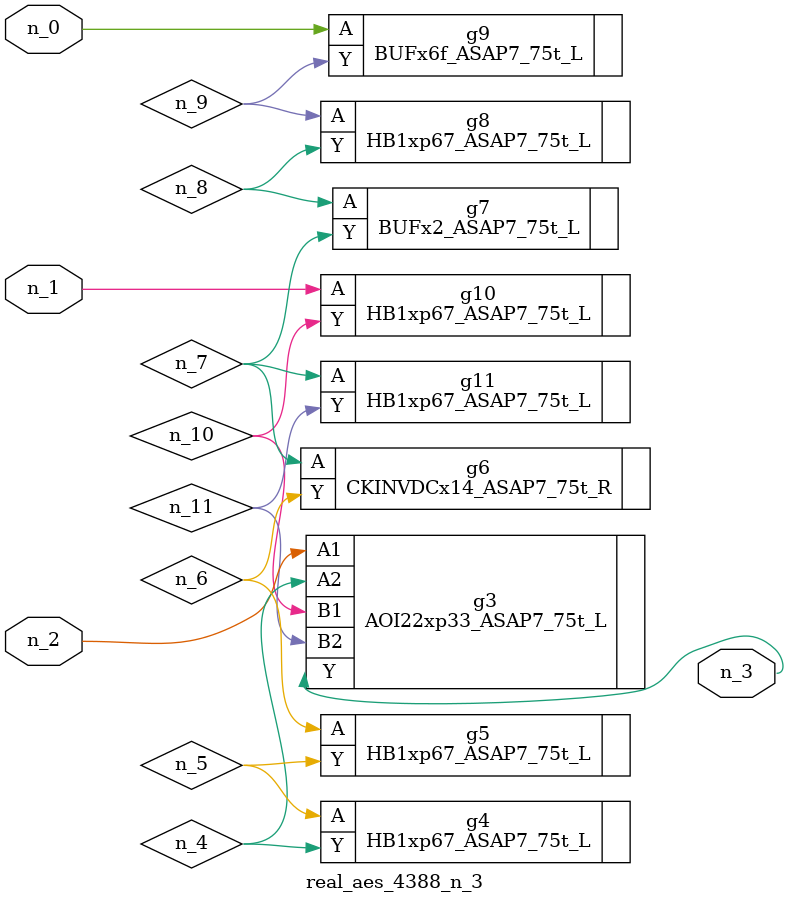
<source format=v>
module real_aes_4388_n_3 (n_0, n_2, n_1, n_3);
input n_0;
input n_2;
input n_1;
output n_3;
wire n_4;
wire n_5;
wire n_7;
wire n_8;
wire n_6;
wire n_9;
wire n_10;
wire n_11;
BUFx6f_ASAP7_75t_L g9 ( .A(n_0), .Y(n_9) );
HB1xp67_ASAP7_75t_L g10 ( .A(n_1), .Y(n_10) );
AOI22xp33_ASAP7_75t_L g3 ( .A1(n_2), .A2(n_4), .B1(n_10), .B2(n_11), .Y(n_3) );
HB1xp67_ASAP7_75t_L g4 ( .A(n_5), .Y(n_4) );
HB1xp67_ASAP7_75t_L g5 ( .A(n_6), .Y(n_5) );
CKINVDCx14_ASAP7_75t_R g6 ( .A(n_7), .Y(n_6) );
HB1xp67_ASAP7_75t_L g11 ( .A(n_7), .Y(n_11) );
BUFx2_ASAP7_75t_L g7 ( .A(n_8), .Y(n_7) );
HB1xp67_ASAP7_75t_L g8 ( .A(n_9), .Y(n_8) );
endmodule
</source>
